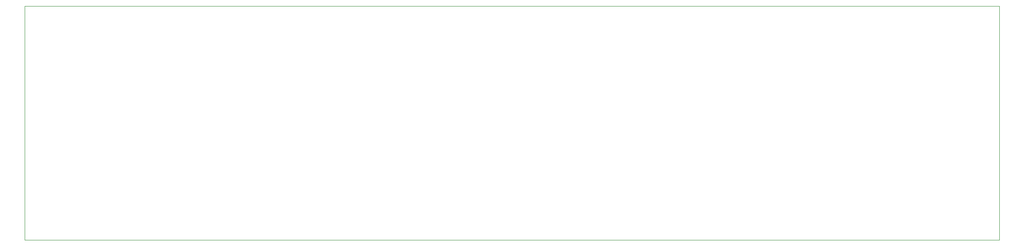
<source format=gm1>
G04 #@! TF.FileFunction,Profile,NP*
%FSLAX46Y46*%
G04 Gerber Fmt 4.6, Leading zero omitted, Abs format (unit mm)*
G04 Created by KiCad (PCBNEW 4.0.7) date Tuesday, 08 May 2018 'AMt' 10:50:03 AM*
%MOMM*%
%LPD*%
G01*
G04 APERTURE LIST*
%ADD10C,0.100000*%
G04 APERTURE END LIST*
D10*
X20320000Y-142240000D02*
X20320000Y-96520000D01*
X210820000Y-142240000D02*
X20320000Y-142240000D01*
X210820000Y-96520000D02*
X210820000Y-142240000D01*
X20320000Y-96520000D02*
X210820000Y-96520000D01*
M02*

</source>
